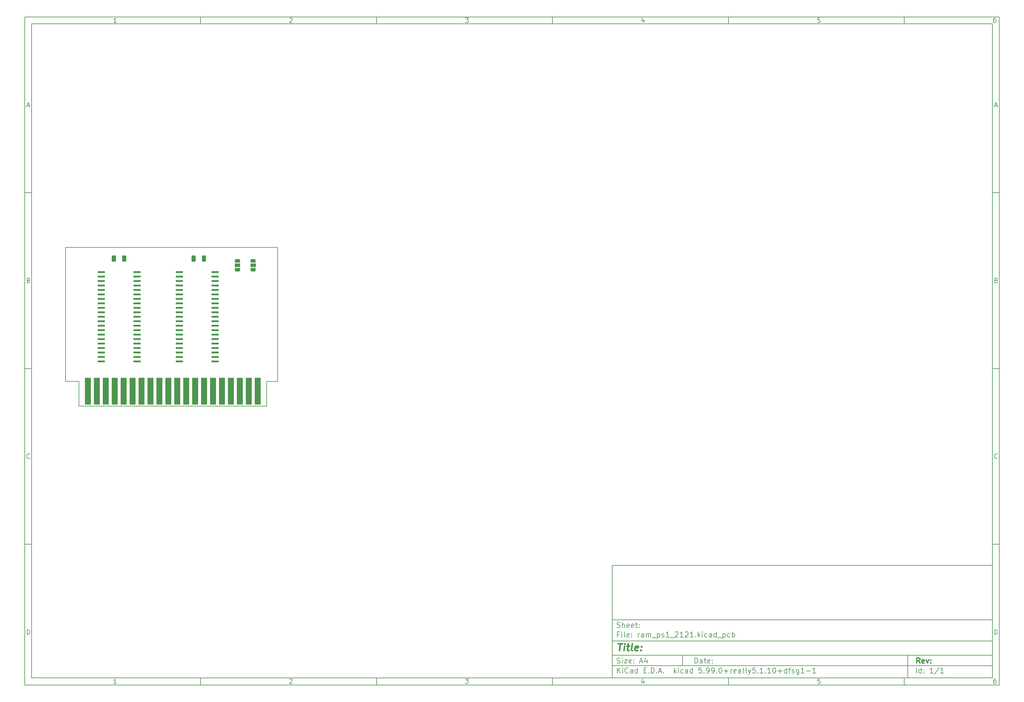
<source format=gbr>
%TF.GenerationSoftware,KiCad,Pcbnew,5.99.0+really5.1.10+dfsg1-1*%
%TF.CreationDate,2022-01-09T16:24:14+01:00*%
%TF.ProjectId,ram_ps1_2121,72616d5f-7073-4315-9f32-3132312e6b69,rev?*%
%TF.SameCoordinates,Original*%
%TF.FileFunction,Soldermask,Top*%
%TF.FilePolarity,Negative*%
%FSLAX46Y46*%
G04 Gerber Fmt 4.6, Leading zero omitted, Abs format (unit mm)*
G04 Created by KiCad (PCBNEW 5.99.0+really5.1.10+dfsg1-1) date 2022-01-09 16:24:14*
%MOMM*%
%LPD*%
G01*
G04 APERTURE LIST*
%ADD10C,0.100000*%
%ADD11C,0.150000*%
%ADD12C,0.300000*%
%ADD13C,0.400000*%
%ADD14R,1.780000X7.620000*%
%ADD15R,2.032000X0.508000*%
%ADD16R,1.500000X1.000000*%
G04 APERTURE END LIST*
D10*
D11*
X177002200Y-166007200D02*
X177002200Y-198007200D01*
X285002200Y-198007200D01*
X285002200Y-166007200D01*
X177002200Y-166007200D01*
D10*
D11*
X10000000Y-10000000D02*
X10000000Y-200007200D01*
X287002200Y-200007200D01*
X287002200Y-10000000D01*
X10000000Y-10000000D01*
D10*
D11*
X12000000Y-12000000D02*
X12000000Y-198007200D01*
X285002200Y-198007200D01*
X285002200Y-12000000D01*
X12000000Y-12000000D01*
D10*
D11*
X60000000Y-12000000D02*
X60000000Y-10000000D01*
D10*
D11*
X110000000Y-12000000D02*
X110000000Y-10000000D01*
D10*
D11*
X160000000Y-12000000D02*
X160000000Y-10000000D01*
D10*
D11*
X210000000Y-12000000D02*
X210000000Y-10000000D01*
D10*
D11*
X260000000Y-12000000D02*
X260000000Y-10000000D01*
D10*
D11*
X36065476Y-11588095D02*
X35322619Y-11588095D01*
X35694047Y-11588095D02*
X35694047Y-10288095D01*
X35570238Y-10473809D01*
X35446428Y-10597619D01*
X35322619Y-10659523D01*
D10*
D11*
X85322619Y-10411904D02*
X85384523Y-10350000D01*
X85508333Y-10288095D01*
X85817857Y-10288095D01*
X85941666Y-10350000D01*
X86003571Y-10411904D01*
X86065476Y-10535714D01*
X86065476Y-10659523D01*
X86003571Y-10845238D01*
X85260714Y-11588095D01*
X86065476Y-11588095D01*
D10*
D11*
X135260714Y-10288095D02*
X136065476Y-10288095D01*
X135632142Y-10783333D01*
X135817857Y-10783333D01*
X135941666Y-10845238D01*
X136003571Y-10907142D01*
X136065476Y-11030952D01*
X136065476Y-11340476D01*
X136003571Y-11464285D01*
X135941666Y-11526190D01*
X135817857Y-11588095D01*
X135446428Y-11588095D01*
X135322619Y-11526190D01*
X135260714Y-11464285D01*
D10*
D11*
X185941666Y-10721428D02*
X185941666Y-11588095D01*
X185632142Y-10226190D02*
X185322619Y-11154761D01*
X186127380Y-11154761D01*
D10*
D11*
X236003571Y-10288095D02*
X235384523Y-10288095D01*
X235322619Y-10907142D01*
X235384523Y-10845238D01*
X235508333Y-10783333D01*
X235817857Y-10783333D01*
X235941666Y-10845238D01*
X236003571Y-10907142D01*
X236065476Y-11030952D01*
X236065476Y-11340476D01*
X236003571Y-11464285D01*
X235941666Y-11526190D01*
X235817857Y-11588095D01*
X235508333Y-11588095D01*
X235384523Y-11526190D01*
X235322619Y-11464285D01*
D10*
D11*
X285941666Y-10288095D02*
X285694047Y-10288095D01*
X285570238Y-10350000D01*
X285508333Y-10411904D01*
X285384523Y-10597619D01*
X285322619Y-10845238D01*
X285322619Y-11340476D01*
X285384523Y-11464285D01*
X285446428Y-11526190D01*
X285570238Y-11588095D01*
X285817857Y-11588095D01*
X285941666Y-11526190D01*
X286003571Y-11464285D01*
X286065476Y-11340476D01*
X286065476Y-11030952D01*
X286003571Y-10907142D01*
X285941666Y-10845238D01*
X285817857Y-10783333D01*
X285570238Y-10783333D01*
X285446428Y-10845238D01*
X285384523Y-10907142D01*
X285322619Y-11030952D01*
D10*
D11*
X60000000Y-198007200D02*
X60000000Y-200007200D01*
D10*
D11*
X110000000Y-198007200D02*
X110000000Y-200007200D01*
D10*
D11*
X160000000Y-198007200D02*
X160000000Y-200007200D01*
D10*
D11*
X210000000Y-198007200D02*
X210000000Y-200007200D01*
D10*
D11*
X260000000Y-198007200D02*
X260000000Y-200007200D01*
D10*
D11*
X36065476Y-199595295D02*
X35322619Y-199595295D01*
X35694047Y-199595295D02*
X35694047Y-198295295D01*
X35570238Y-198481009D01*
X35446428Y-198604819D01*
X35322619Y-198666723D01*
D10*
D11*
X85322619Y-198419104D02*
X85384523Y-198357200D01*
X85508333Y-198295295D01*
X85817857Y-198295295D01*
X85941666Y-198357200D01*
X86003571Y-198419104D01*
X86065476Y-198542914D01*
X86065476Y-198666723D01*
X86003571Y-198852438D01*
X85260714Y-199595295D01*
X86065476Y-199595295D01*
D10*
D11*
X135260714Y-198295295D02*
X136065476Y-198295295D01*
X135632142Y-198790533D01*
X135817857Y-198790533D01*
X135941666Y-198852438D01*
X136003571Y-198914342D01*
X136065476Y-199038152D01*
X136065476Y-199347676D01*
X136003571Y-199471485D01*
X135941666Y-199533390D01*
X135817857Y-199595295D01*
X135446428Y-199595295D01*
X135322619Y-199533390D01*
X135260714Y-199471485D01*
D10*
D11*
X185941666Y-198728628D02*
X185941666Y-199595295D01*
X185632142Y-198233390D02*
X185322619Y-199161961D01*
X186127380Y-199161961D01*
D10*
D11*
X236003571Y-198295295D02*
X235384523Y-198295295D01*
X235322619Y-198914342D01*
X235384523Y-198852438D01*
X235508333Y-198790533D01*
X235817857Y-198790533D01*
X235941666Y-198852438D01*
X236003571Y-198914342D01*
X236065476Y-199038152D01*
X236065476Y-199347676D01*
X236003571Y-199471485D01*
X235941666Y-199533390D01*
X235817857Y-199595295D01*
X235508333Y-199595295D01*
X235384523Y-199533390D01*
X235322619Y-199471485D01*
D10*
D11*
X285941666Y-198295295D02*
X285694047Y-198295295D01*
X285570238Y-198357200D01*
X285508333Y-198419104D01*
X285384523Y-198604819D01*
X285322619Y-198852438D01*
X285322619Y-199347676D01*
X285384523Y-199471485D01*
X285446428Y-199533390D01*
X285570238Y-199595295D01*
X285817857Y-199595295D01*
X285941666Y-199533390D01*
X286003571Y-199471485D01*
X286065476Y-199347676D01*
X286065476Y-199038152D01*
X286003571Y-198914342D01*
X285941666Y-198852438D01*
X285817857Y-198790533D01*
X285570238Y-198790533D01*
X285446428Y-198852438D01*
X285384523Y-198914342D01*
X285322619Y-199038152D01*
D10*
D11*
X10000000Y-60000000D02*
X12000000Y-60000000D01*
D10*
D11*
X10000000Y-110000000D02*
X12000000Y-110000000D01*
D10*
D11*
X10000000Y-160000000D02*
X12000000Y-160000000D01*
D10*
D11*
X10690476Y-35216666D02*
X11309523Y-35216666D01*
X10566666Y-35588095D02*
X11000000Y-34288095D01*
X11433333Y-35588095D01*
D10*
D11*
X11092857Y-84907142D02*
X11278571Y-84969047D01*
X11340476Y-85030952D01*
X11402380Y-85154761D01*
X11402380Y-85340476D01*
X11340476Y-85464285D01*
X11278571Y-85526190D01*
X11154761Y-85588095D01*
X10659523Y-85588095D01*
X10659523Y-84288095D01*
X11092857Y-84288095D01*
X11216666Y-84350000D01*
X11278571Y-84411904D01*
X11340476Y-84535714D01*
X11340476Y-84659523D01*
X11278571Y-84783333D01*
X11216666Y-84845238D01*
X11092857Y-84907142D01*
X10659523Y-84907142D01*
D10*
D11*
X11402380Y-135464285D02*
X11340476Y-135526190D01*
X11154761Y-135588095D01*
X11030952Y-135588095D01*
X10845238Y-135526190D01*
X10721428Y-135402380D01*
X10659523Y-135278571D01*
X10597619Y-135030952D01*
X10597619Y-134845238D01*
X10659523Y-134597619D01*
X10721428Y-134473809D01*
X10845238Y-134350000D01*
X11030952Y-134288095D01*
X11154761Y-134288095D01*
X11340476Y-134350000D01*
X11402380Y-134411904D01*
D10*
D11*
X10659523Y-185588095D02*
X10659523Y-184288095D01*
X10969047Y-184288095D01*
X11154761Y-184350000D01*
X11278571Y-184473809D01*
X11340476Y-184597619D01*
X11402380Y-184845238D01*
X11402380Y-185030952D01*
X11340476Y-185278571D01*
X11278571Y-185402380D01*
X11154761Y-185526190D01*
X10969047Y-185588095D01*
X10659523Y-185588095D01*
D10*
D11*
X287002200Y-60000000D02*
X285002200Y-60000000D01*
D10*
D11*
X287002200Y-110000000D02*
X285002200Y-110000000D01*
D10*
D11*
X287002200Y-160000000D02*
X285002200Y-160000000D01*
D10*
D11*
X285692676Y-35216666D02*
X286311723Y-35216666D01*
X285568866Y-35588095D02*
X286002200Y-34288095D01*
X286435533Y-35588095D01*
D10*
D11*
X286095057Y-84907142D02*
X286280771Y-84969047D01*
X286342676Y-85030952D01*
X286404580Y-85154761D01*
X286404580Y-85340476D01*
X286342676Y-85464285D01*
X286280771Y-85526190D01*
X286156961Y-85588095D01*
X285661723Y-85588095D01*
X285661723Y-84288095D01*
X286095057Y-84288095D01*
X286218866Y-84350000D01*
X286280771Y-84411904D01*
X286342676Y-84535714D01*
X286342676Y-84659523D01*
X286280771Y-84783333D01*
X286218866Y-84845238D01*
X286095057Y-84907142D01*
X285661723Y-84907142D01*
D10*
D11*
X286404580Y-135464285D02*
X286342676Y-135526190D01*
X286156961Y-135588095D01*
X286033152Y-135588095D01*
X285847438Y-135526190D01*
X285723628Y-135402380D01*
X285661723Y-135278571D01*
X285599819Y-135030952D01*
X285599819Y-134845238D01*
X285661723Y-134597619D01*
X285723628Y-134473809D01*
X285847438Y-134350000D01*
X286033152Y-134288095D01*
X286156961Y-134288095D01*
X286342676Y-134350000D01*
X286404580Y-134411904D01*
D10*
D11*
X285661723Y-185588095D02*
X285661723Y-184288095D01*
X285971247Y-184288095D01*
X286156961Y-184350000D01*
X286280771Y-184473809D01*
X286342676Y-184597619D01*
X286404580Y-184845238D01*
X286404580Y-185030952D01*
X286342676Y-185278571D01*
X286280771Y-185402380D01*
X286156961Y-185526190D01*
X285971247Y-185588095D01*
X285661723Y-185588095D01*
D10*
D11*
X200434342Y-193785771D02*
X200434342Y-192285771D01*
X200791485Y-192285771D01*
X201005771Y-192357200D01*
X201148628Y-192500057D01*
X201220057Y-192642914D01*
X201291485Y-192928628D01*
X201291485Y-193142914D01*
X201220057Y-193428628D01*
X201148628Y-193571485D01*
X201005771Y-193714342D01*
X200791485Y-193785771D01*
X200434342Y-193785771D01*
X202577200Y-193785771D02*
X202577200Y-193000057D01*
X202505771Y-192857200D01*
X202362914Y-192785771D01*
X202077200Y-192785771D01*
X201934342Y-192857200D01*
X202577200Y-193714342D02*
X202434342Y-193785771D01*
X202077200Y-193785771D01*
X201934342Y-193714342D01*
X201862914Y-193571485D01*
X201862914Y-193428628D01*
X201934342Y-193285771D01*
X202077200Y-193214342D01*
X202434342Y-193214342D01*
X202577200Y-193142914D01*
X203077200Y-192785771D02*
X203648628Y-192785771D01*
X203291485Y-192285771D02*
X203291485Y-193571485D01*
X203362914Y-193714342D01*
X203505771Y-193785771D01*
X203648628Y-193785771D01*
X204720057Y-193714342D02*
X204577200Y-193785771D01*
X204291485Y-193785771D01*
X204148628Y-193714342D01*
X204077200Y-193571485D01*
X204077200Y-193000057D01*
X204148628Y-192857200D01*
X204291485Y-192785771D01*
X204577200Y-192785771D01*
X204720057Y-192857200D01*
X204791485Y-193000057D01*
X204791485Y-193142914D01*
X204077200Y-193285771D01*
X205434342Y-193642914D02*
X205505771Y-193714342D01*
X205434342Y-193785771D01*
X205362914Y-193714342D01*
X205434342Y-193642914D01*
X205434342Y-193785771D01*
X205434342Y-192857200D02*
X205505771Y-192928628D01*
X205434342Y-193000057D01*
X205362914Y-192928628D01*
X205434342Y-192857200D01*
X205434342Y-193000057D01*
D10*
D11*
X177002200Y-194507200D02*
X285002200Y-194507200D01*
D10*
D11*
X178434342Y-196585771D02*
X178434342Y-195085771D01*
X179291485Y-196585771D02*
X178648628Y-195728628D01*
X179291485Y-195085771D02*
X178434342Y-195942914D01*
X179934342Y-196585771D02*
X179934342Y-195585771D01*
X179934342Y-195085771D02*
X179862914Y-195157200D01*
X179934342Y-195228628D01*
X180005771Y-195157200D01*
X179934342Y-195085771D01*
X179934342Y-195228628D01*
X181505771Y-196442914D02*
X181434342Y-196514342D01*
X181220057Y-196585771D01*
X181077200Y-196585771D01*
X180862914Y-196514342D01*
X180720057Y-196371485D01*
X180648628Y-196228628D01*
X180577200Y-195942914D01*
X180577200Y-195728628D01*
X180648628Y-195442914D01*
X180720057Y-195300057D01*
X180862914Y-195157200D01*
X181077200Y-195085771D01*
X181220057Y-195085771D01*
X181434342Y-195157200D01*
X181505771Y-195228628D01*
X182791485Y-196585771D02*
X182791485Y-195800057D01*
X182720057Y-195657200D01*
X182577200Y-195585771D01*
X182291485Y-195585771D01*
X182148628Y-195657200D01*
X182791485Y-196514342D02*
X182648628Y-196585771D01*
X182291485Y-196585771D01*
X182148628Y-196514342D01*
X182077200Y-196371485D01*
X182077200Y-196228628D01*
X182148628Y-196085771D01*
X182291485Y-196014342D01*
X182648628Y-196014342D01*
X182791485Y-195942914D01*
X184148628Y-196585771D02*
X184148628Y-195085771D01*
X184148628Y-196514342D02*
X184005771Y-196585771D01*
X183720057Y-196585771D01*
X183577200Y-196514342D01*
X183505771Y-196442914D01*
X183434342Y-196300057D01*
X183434342Y-195871485D01*
X183505771Y-195728628D01*
X183577200Y-195657200D01*
X183720057Y-195585771D01*
X184005771Y-195585771D01*
X184148628Y-195657200D01*
X186005771Y-195800057D02*
X186505771Y-195800057D01*
X186720057Y-196585771D02*
X186005771Y-196585771D01*
X186005771Y-195085771D01*
X186720057Y-195085771D01*
X187362914Y-196442914D02*
X187434342Y-196514342D01*
X187362914Y-196585771D01*
X187291485Y-196514342D01*
X187362914Y-196442914D01*
X187362914Y-196585771D01*
X188077200Y-196585771D02*
X188077200Y-195085771D01*
X188434342Y-195085771D01*
X188648628Y-195157200D01*
X188791485Y-195300057D01*
X188862914Y-195442914D01*
X188934342Y-195728628D01*
X188934342Y-195942914D01*
X188862914Y-196228628D01*
X188791485Y-196371485D01*
X188648628Y-196514342D01*
X188434342Y-196585771D01*
X188077200Y-196585771D01*
X189577200Y-196442914D02*
X189648628Y-196514342D01*
X189577200Y-196585771D01*
X189505771Y-196514342D01*
X189577200Y-196442914D01*
X189577200Y-196585771D01*
X190220057Y-196157200D02*
X190934342Y-196157200D01*
X190077200Y-196585771D02*
X190577200Y-195085771D01*
X191077200Y-196585771D01*
X191577200Y-196442914D02*
X191648628Y-196514342D01*
X191577200Y-196585771D01*
X191505771Y-196514342D01*
X191577200Y-196442914D01*
X191577200Y-196585771D01*
X194577200Y-196585771D02*
X194577200Y-195085771D01*
X194720057Y-196014342D02*
X195148628Y-196585771D01*
X195148628Y-195585771D02*
X194577200Y-196157200D01*
X195791485Y-196585771D02*
X195791485Y-195585771D01*
X195791485Y-195085771D02*
X195720057Y-195157200D01*
X195791485Y-195228628D01*
X195862914Y-195157200D01*
X195791485Y-195085771D01*
X195791485Y-195228628D01*
X197148628Y-196514342D02*
X197005771Y-196585771D01*
X196720057Y-196585771D01*
X196577200Y-196514342D01*
X196505771Y-196442914D01*
X196434342Y-196300057D01*
X196434342Y-195871485D01*
X196505771Y-195728628D01*
X196577200Y-195657200D01*
X196720057Y-195585771D01*
X197005771Y-195585771D01*
X197148628Y-195657200D01*
X198434342Y-196585771D02*
X198434342Y-195800057D01*
X198362914Y-195657200D01*
X198220057Y-195585771D01*
X197934342Y-195585771D01*
X197791485Y-195657200D01*
X198434342Y-196514342D02*
X198291485Y-196585771D01*
X197934342Y-196585771D01*
X197791485Y-196514342D01*
X197720057Y-196371485D01*
X197720057Y-196228628D01*
X197791485Y-196085771D01*
X197934342Y-196014342D01*
X198291485Y-196014342D01*
X198434342Y-195942914D01*
X199791485Y-196585771D02*
X199791485Y-195085771D01*
X199791485Y-196514342D02*
X199648628Y-196585771D01*
X199362914Y-196585771D01*
X199220057Y-196514342D01*
X199148628Y-196442914D01*
X199077200Y-196300057D01*
X199077200Y-195871485D01*
X199148628Y-195728628D01*
X199220057Y-195657200D01*
X199362914Y-195585771D01*
X199648628Y-195585771D01*
X199791485Y-195657200D01*
X202362914Y-195085771D02*
X201648628Y-195085771D01*
X201577200Y-195800057D01*
X201648628Y-195728628D01*
X201791485Y-195657200D01*
X202148628Y-195657200D01*
X202291485Y-195728628D01*
X202362914Y-195800057D01*
X202434342Y-195942914D01*
X202434342Y-196300057D01*
X202362914Y-196442914D01*
X202291485Y-196514342D01*
X202148628Y-196585771D01*
X201791485Y-196585771D01*
X201648628Y-196514342D01*
X201577200Y-196442914D01*
X203077200Y-196442914D02*
X203148628Y-196514342D01*
X203077200Y-196585771D01*
X203005771Y-196514342D01*
X203077200Y-196442914D01*
X203077200Y-196585771D01*
X203862914Y-196585771D02*
X204148628Y-196585771D01*
X204291485Y-196514342D01*
X204362914Y-196442914D01*
X204505771Y-196228628D01*
X204577200Y-195942914D01*
X204577200Y-195371485D01*
X204505771Y-195228628D01*
X204434342Y-195157200D01*
X204291485Y-195085771D01*
X204005771Y-195085771D01*
X203862914Y-195157200D01*
X203791485Y-195228628D01*
X203720057Y-195371485D01*
X203720057Y-195728628D01*
X203791485Y-195871485D01*
X203862914Y-195942914D01*
X204005771Y-196014342D01*
X204291485Y-196014342D01*
X204434342Y-195942914D01*
X204505771Y-195871485D01*
X204577200Y-195728628D01*
X205291485Y-196585771D02*
X205577200Y-196585771D01*
X205720057Y-196514342D01*
X205791485Y-196442914D01*
X205934342Y-196228628D01*
X206005771Y-195942914D01*
X206005771Y-195371485D01*
X205934342Y-195228628D01*
X205862914Y-195157200D01*
X205720057Y-195085771D01*
X205434342Y-195085771D01*
X205291485Y-195157200D01*
X205220057Y-195228628D01*
X205148628Y-195371485D01*
X205148628Y-195728628D01*
X205220057Y-195871485D01*
X205291485Y-195942914D01*
X205434342Y-196014342D01*
X205720057Y-196014342D01*
X205862914Y-195942914D01*
X205934342Y-195871485D01*
X206005771Y-195728628D01*
X206648628Y-196442914D02*
X206720057Y-196514342D01*
X206648628Y-196585771D01*
X206577200Y-196514342D01*
X206648628Y-196442914D01*
X206648628Y-196585771D01*
X207648628Y-195085771D02*
X207791485Y-195085771D01*
X207934342Y-195157200D01*
X208005771Y-195228628D01*
X208077200Y-195371485D01*
X208148628Y-195657200D01*
X208148628Y-196014342D01*
X208077200Y-196300057D01*
X208005771Y-196442914D01*
X207934342Y-196514342D01*
X207791485Y-196585771D01*
X207648628Y-196585771D01*
X207505771Y-196514342D01*
X207434342Y-196442914D01*
X207362914Y-196300057D01*
X207291485Y-196014342D01*
X207291485Y-195657200D01*
X207362914Y-195371485D01*
X207434342Y-195228628D01*
X207505771Y-195157200D01*
X207648628Y-195085771D01*
X208791485Y-196014342D02*
X209934342Y-196014342D01*
X209362914Y-196585771D02*
X209362914Y-195442914D01*
X210648628Y-196585771D02*
X210648628Y-195585771D01*
X210648628Y-195871485D02*
X210720057Y-195728628D01*
X210791485Y-195657200D01*
X210934342Y-195585771D01*
X211077200Y-195585771D01*
X212148628Y-196514342D02*
X212005771Y-196585771D01*
X211720057Y-196585771D01*
X211577200Y-196514342D01*
X211505771Y-196371485D01*
X211505771Y-195800057D01*
X211577200Y-195657200D01*
X211720057Y-195585771D01*
X212005771Y-195585771D01*
X212148628Y-195657200D01*
X212220057Y-195800057D01*
X212220057Y-195942914D01*
X211505771Y-196085771D01*
X213505771Y-196585771D02*
X213505771Y-195800057D01*
X213434342Y-195657200D01*
X213291485Y-195585771D01*
X213005771Y-195585771D01*
X212862914Y-195657200D01*
X213505771Y-196514342D02*
X213362914Y-196585771D01*
X213005771Y-196585771D01*
X212862914Y-196514342D01*
X212791485Y-196371485D01*
X212791485Y-196228628D01*
X212862914Y-196085771D01*
X213005771Y-196014342D01*
X213362914Y-196014342D01*
X213505771Y-195942914D01*
X214434342Y-196585771D02*
X214291485Y-196514342D01*
X214220057Y-196371485D01*
X214220057Y-195085771D01*
X215220057Y-196585771D02*
X215077200Y-196514342D01*
X215005771Y-196371485D01*
X215005771Y-195085771D01*
X215648628Y-195585771D02*
X216005771Y-196585771D01*
X216362914Y-195585771D02*
X216005771Y-196585771D01*
X215862914Y-196942914D01*
X215791485Y-197014342D01*
X215648628Y-197085771D01*
X217648628Y-195085771D02*
X216934342Y-195085771D01*
X216862914Y-195800057D01*
X216934342Y-195728628D01*
X217077200Y-195657200D01*
X217434342Y-195657200D01*
X217577200Y-195728628D01*
X217648628Y-195800057D01*
X217720057Y-195942914D01*
X217720057Y-196300057D01*
X217648628Y-196442914D01*
X217577200Y-196514342D01*
X217434342Y-196585771D01*
X217077200Y-196585771D01*
X216934342Y-196514342D01*
X216862914Y-196442914D01*
X218362914Y-196442914D02*
X218434342Y-196514342D01*
X218362914Y-196585771D01*
X218291485Y-196514342D01*
X218362914Y-196442914D01*
X218362914Y-196585771D01*
X219862914Y-196585771D02*
X219005771Y-196585771D01*
X219434342Y-196585771D02*
X219434342Y-195085771D01*
X219291485Y-195300057D01*
X219148628Y-195442914D01*
X219005771Y-195514342D01*
X220505771Y-196442914D02*
X220577200Y-196514342D01*
X220505771Y-196585771D01*
X220434342Y-196514342D01*
X220505771Y-196442914D01*
X220505771Y-196585771D01*
X222005771Y-196585771D02*
X221148628Y-196585771D01*
X221577200Y-196585771D02*
X221577200Y-195085771D01*
X221434342Y-195300057D01*
X221291485Y-195442914D01*
X221148628Y-195514342D01*
X222934342Y-195085771D02*
X223077200Y-195085771D01*
X223220057Y-195157200D01*
X223291485Y-195228628D01*
X223362914Y-195371485D01*
X223434342Y-195657200D01*
X223434342Y-196014342D01*
X223362914Y-196300057D01*
X223291485Y-196442914D01*
X223220057Y-196514342D01*
X223077200Y-196585771D01*
X222934342Y-196585771D01*
X222791485Y-196514342D01*
X222720057Y-196442914D01*
X222648628Y-196300057D01*
X222577200Y-196014342D01*
X222577200Y-195657200D01*
X222648628Y-195371485D01*
X222720057Y-195228628D01*
X222791485Y-195157200D01*
X222934342Y-195085771D01*
X224077200Y-196014342D02*
X225220057Y-196014342D01*
X224648628Y-196585771D02*
X224648628Y-195442914D01*
X226577200Y-196585771D02*
X226577200Y-195085771D01*
X226577200Y-196514342D02*
X226434342Y-196585771D01*
X226148628Y-196585771D01*
X226005771Y-196514342D01*
X225934342Y-196442914D01*
X225862914Y-196300057D01*
X225862914Y-195871485D01*
X225934342Y-195728628D01*
X226005771Y-195657200D01*
X226148628Y-195585771D01*
X226434342Y-195585771D01*
X226577200Y-195657200D01*
X227077200Y-195585771D02*
X227648628Y-195585771D01*
X227291485Y-196585771D02*
X227291485Y-195300057D01*
X227362914Y-195157200D01*
X227505771Y-195085771D01*
X227648628Y-195085771D01*
X228077200Y-196514342D02*
X228220057Y-196585771D01*
X228505771Y-196585771D01*
X228648628Y-196514342D01*
X228720057Y-196371485D01*
X228720057Y-196300057D01*
X228648628Y-196157200D01*
X228505771Y-196085771D01*
X228291485Y-196085771D01*
X228148628Y-196014342D01*
X228077200Y-195871485D01*
X228077200Y-195800057D01*
X228148628Y-195657200D01*
X228291485Y-195585771D01*
X228505771Y-195585771D01*
X228648628Y-195657200D01*
X230005771Y-195585771D02*
X230005771Y-196800057D01*
X229934342Y-196942914D01*
X229862914Y-197014342D01*
X229720057Y-197085771D01*
X229505771Y-197085771D01*
X229362914Y-197014342D01*
X230005771Y-196514342D02*
X229862914Y-196585771D01*
X229577200Y-196585771D01*
X229434342Y-196514342D01*
X229362914Y-196442914D01*
X229291485Y-196300057D01*
X229291485Y-195871485D01*
X229362914Y-195728628D01*
X229434342Y-195657200D01*
X229577200Y-195585771D01*
X229862914Y-195585771D01*
X230005771Y-195657200D01*
X231505771Y-196585771D02*
X230648628Y-196585771D01*
X231077200Y-196585771D02*
X231077200Y-195085771D01*
X230934342Y-195300057D01*
X230791485Y-195442914D01*
X230648628Y-195514342D01*
X232148628Y-196014342D02*
X233291485Y-196014342D01*
X234791485Y-196585771D02*
X233934342Y-196585771D01*
X234362914Y-196585771D02*
X234362914Y-195085771D01*
X234220057Y-195300057D01*
X234077200Y-195442914D01*
X233934342Y-195514342D01*
D10*
D11*
X177002200Y-191507200D02*
X285002200Y-191507200D01*
D10*
D12*
X264411485Y-193785771D02*
X263911485Y-193071485D01*
X263554342Y-193785771D02*
X263554342Y-192285771D01*
X264125771Y-192285771D01*
X264268628Y-192357200D01*
X264340057Y-192428628D01*
X264411485Y-192571485D01*
X264411485Y-192785771D01*
X264340057Y-192928628D01*
X264268628Y-193000057D01*
X264125771Y-193071485D01*
X263554342Y-193071485D01*
X265625771Y-193714342D02*
X265482914Y-193785771D01*
X265197200Y-193785771D01*
X265054342Y-193714342D01*
X264982914Y-193571485D01*
X264982914Y-193000057D01*
X265054342Y-192857200D01*
X265197200Y-192785771D01*
X265482914Y-192785771D01*
X265625771Y-192857200D01*
X265697200Y-193000057D01*
X265697200Y-193142914D01*
X264982914Y-193285771D01*
X266197200Y-192785771D02*
X266554342Y-193785771D01*
X266911485Y-192785771D01*
X267482914Y-193642914D02*
X267554342Y-193714342D01*
X267482914Y-193785771D01*
X267411485Y-193714342D01*
X267482914Y-193642914D01*
X267482914Y-193785771D01*
X267482914Y-192857200D02*
X267554342Y-192928628D01*
X267482914Y-193000057D01*
X267411485Y-192928628D01*
X267482914Y-192857200D01*
X267482914Y-193000057D01*
D10*
D11*
X178362914Y-193714342D02*
X178577200Y-193785771D01*
X178934342Y-193785771D01*
X179077200Y-193714342D01*
X179148628Y-193642914D01*
X179220057Y-193500057D01*
X179220057Y-193357200D01*
X179148628Y-193214342D01*
X179077200Y-193142914D01*
X178934342Y-193071485D01*
X178648628Y-193000057D01*
X178505771Y-192928628D01*
X178434342Y-192857200D01*
X178362914Y-192714342D01*
X178362914Y-192571485D01*
X178434342Y-192428628D01*
X178505771Y-192357200D01*
X178648628Y-192285771D01*
X179005771Y-192285771D01*
X179220057Y-192357200D01*
X179862914Y-193785771D02*
X179862914Y-192785771D01*
X179862914Y-192285771D02*
X179791485Y-192357200D01*
X179862914Y-192428628D01*
X179934342Y-192357200D01*
X179862914Y-192285771D01*
X179862914Y-192428628D01*
X180434342Y-192785771D02*
X181220057Y-192785771D01*
X180434342Y-193785771D01*
X181220057Y-193785771D01*
X182362914Y-193714342D02*
X182220057Y-193785771D01*
X181934342Y-193785771D01*
X181791485Y-193714342D01*
X181720057Y-193571485D01*
X181720057Y-193000057D01*
X181791485Y-192857200D01*
X181934342Y-192785771D01*
X182220057Y-192785771D01*
X182362914Y-192857200D01*
X182434342Y-193000057D01*
X182434342Y-193142914D01*
X181720057Y-193285771D01*
X183077200Y-193642914D02*
X183148628Y-193714342D01*
X183077200Y-193785771D01*
X183005771Y-193714342D01*
X183077200Y-193642914D01*
X183077200Y-193785771D01*
X183077200Y-192857200D02*
X183148628Y-192928628D01*
X183077200Y-193000057D01*
X183005771Y-192928628D01*
X183077200Y-192857200D01*
X183077200Y-193000057D01*
X184862914Y-193357200D02*
X185577200Y-193357200D01*
X184720057Y-193785771D02*
X185220057Y-192285771D01*
X185720057Y-193785771D01*
X186862914Y-192785771D02*
X186862914Y-193785771D01*
X186505771Y-192214342D02*
X186148628Y-193285771D01*
X187077200Y-193285771D01*
D10*
D11*
X263434342Y-196585771D02*
X263434342Y-195085771D01*
X264791485Y-196585771D02*
X264791485Y-195085771D01*
X264791485Y-196514342D02*
X264648628Y-196585771D01*
X264362914Y-196585771D01*
X264220057Y-196514342D01*
X264148628Y-196442914D01*
X264077200Y-196300057D01*
X264077200Y-195871485D01*
X264148628Y-195728628D01*
X264220057Y-195657200D01*
X264362914Y-195585771D01*
X264648628Y-195585771D01*
X264791485Y-195657200D01*
X265505771Y-196442914D02*
X265577200Y-196514342D01*
X265505771Y-196585771D01*
X265434342Y-196514342D01*
X265505771Y-196442914D01*
X265505771Y-196585771D01*
X265505771Y-195657200D02*
X265577200Y-195728628D01*
X265505771Y-195800057D01*
X265434342Y-195728628D01*
X265505771Y-195657200D01*
X265505771Y-195800057D01*
X268148628Y-196585771D02*
X267291485Y-196585771D01*
X267720057Y-196585771D02*
X267720057Y-195085771D01*
X267577200Y-195300057D01*
X267434342Y-195442914D01*
X267291485Y-195514342D01*
X269862914Y-195014342D02*
X268577200Y-196942914D01*
X271148628Y-196585771D02*
X270291485Y-196585771D01*
X270720057Y-196585771D02*
X270720057Y-195085771D01*
X270577200Y-195300057D01*
X270434342Y-195442914D01*
X270291485Y-195514342D01*
D10*
D11*
X177002200Y-187507200D02*
X285002200Y-187507200D01*
D10*
D13*
X178714580Y-188211961D02*
X179857438Y-188211961D01*
X179036009Y-190211961D02*
X179286009Y-188211961D01*
X180274104Y-190211961D02*
X180440771Y-188878628D01*
X180524104Y-188211961D02*
X180416961Y-188307200D01*
X180500295Y-188402438D01*
X180607438Y-188307200D01*
X180524104Y-188211961D01*
X180500295Y-188402438D01*
X181107438Y-188878628D02*
X181869342Y-188878628D01*
X181476485Y-188211961D02*
X181262200Y-189926247D01*
X181333628Y-190116723D01*
X181512200Y-190211961D01*
X181702676Y-190211961D01*
X182655057Y-190211961D02*
X182476485Y-190116723D01*
X182405057Y-189926247D01*
X182619342Y-188211961D01*
X184190771Y-190116723D02*
X183988390Y-190211961D01*
X183607438Y-190211961D01*
X183428866Y-190116723D01*
X183357438Y-189926247D01*
X183452676Y-189164342D01*
X183571723Y-188973866D01*
X183774104Y-188878628D01*
X184155057Y-188878628D01*
X184333628Y-188973866D01*
X184405057Y-189164342D01*
X184381247Y-189354819D01*
X183405057Y-189545295D01*
X185155057Y-190021485D02*
X185238390Y-190116723D01*
X185131247Y-190211961D01*
X185047914Y-190116723D01*
X185155057Y-190021485D01*
X185131247Y-190211961D01*
X185286009Y-188973866D02*
X185369342Y-189069104D01*
X185262200Y-189164342D01*
X185178866Y-189069104D01*
X185286009Y-188973866D01*
X185262200Y-189164342D01*
D10*
D11*
X178934342Y-185600057D02*
X178434342Y-185600057D01*
X178434342Y-186385771D02*
X178434342Y-184885771D01*
X179148628Y-184885771D01*
X179720057Y-186385771D02*
X179720057Y-185385771D01*
X179720057Y-184885771D02*
X179648628Y-184957200D01*
X179720057Y-185028628D01*
X179791485Y-184957200D01*
X179720057Y-184885771D01*
X179720057Y-185028628D01*
X180648628Y-186385771D02*
X180505771Y-186314342D01*
X180434342Y-186171485D01*
X180434342Y-184885771D01*
X181791485Y-186314342D02*
X181648628Y-186385771D01*
X181362914Y-186385771D01*
X181220057Y-186314342D01*
X181148628Y-186171485D01*
X181148628Y-185600057D01*
X181220057Y-185457200D01*
X181362914Y-185385771D01*
X181648628Y-185385771D01*
X181791485Y-185457200D01*
X181862914Y-185600057D01*
X181862914Y-185742914D01*
X181148628Y-185885771D01*
X182505771Y-186242914D02*
X182577200Y-186314342D01*
X182505771Y-186385771D01*
X182434342Y-186314342D01*
X182505771Y-186242914D01*
X182505771Y-186385771D01*
X182505771Y-185457200D02*
X182577200Y-185528628D01*
X182505771Y-185600057D01*
X182434342Y-185528628D01*
X182505771Y-185457200D01*
X182505771Y-185600057D01*
X184362914Y-186385771D02*
X184362914Y-185385771D01*
X184362914Y-185671485D02*
X184434342Y-185528628D01*
X184505771Y-185457200D01*
X184648628Y-185385771D01*
X184791485Y-185385771D01*
X185934342Y-186385771D02*
X185934342Y-185600057D01*
X185862914Y-185457200D01*
X185720057Y-185385771D01*
X185434342Y-185385771D01*
X185291485Y-185457200D01*
X185934342Y-186314342D02*
X185791485Y-186385771D01*
X185434342Y-186385771D01*
X185291485Y-186314342D01*
X185220057Y-186171485D01*
X185220057Y-186028628D01*
X185291485Y-185885771D01*
X185434342Y-185814342D01*
X185791485Y-185814342D01*
X185934342Y-185742914D01*
X186648628Y-186385771D02*
X186648628Y-185385771D01*
X186648628Y-185528628D02*
X186720057Y-185457200D01*
X186862914Y-185385771D01*
X187077200Y-185385771D01*
X187220057Y-185457200D01*
X187291485Y-185600057D01*
X187291485Y-186385771D01*
X187291485Y-185600057D02*
X187362914Y-185457200D01*
X187505771Y-185385771D01*
X187720057Y-185385771D01*
X187862914Y-185457200D01*
X187934342Y-185600057D01*
X187934342Y-186385771D01*
X188291485Y-186528628D02*
X189434342Y-186528628D01*
X189791485Y-185385771D02*
X189791485Y-186885771D01*
X189791485Y-185457200D02*
X189934342Y-185385771D01*
X190220057Y-185385771D01*
X190362914Y-185457200D01*
X190434342Y-185528628D01*
X190505771Y-185671485D01*
X190505771Y-186100057D01*
X190434342Y-186242914D01*
X190362914Y-186314342D01*
X190220057Y-186385771D01*
X189934342Y-186385771D01*
X189791485Y-186314342D01*
X191077200Y-186314342D02*
X191220057Y-186385771D01*
X191505771Y-186385771D01*
X191648628Y-186314342D01*
X191720057Y-186171485D01*
X191720057Y-186100057D01*
X191648628Y-185957200D01*
X191505771Y-185885771D01*
X191291485Y-185885771D01*
X191148628Y-185814342D01*
X191077200Y-185671485D01*
X191077200Y-185600057D01*
X191148628Y-185457200D01*
X191291485Y-185385771D01*
X191505771Y-185385771D01*
X191648628Y-185457200D01*
X193148628Y-186385771D02*
X192291485Y-186385771D01*
X192720057Y-186385771D02*
X192720057Y-184885771D01*
X192577200Y-185100057D01*
X192434342Y-185242914D01*
X192291485Y-185314342D01*
X193434342Y-186528628D02*
X194577200Y-186528628D01*
X194862914Y-185028628D02*
X194934342Y-184957200D01*
X195077200Y-184885771D01*
X195434342Y-184885771D01*
X195577200Y-184957200D01*
X195648628Y-185028628D01*
X195720057Y-185171485D01*
X195720057Y-185314342D01*
X195648628Y-185528628D01*
X194791485Y-186385771D01*
X195720057Y-186385771D01*
X197148628Y-186385771D02*
X196291485Y-186385771D01*
X196720057Y-186385771D02*
X196720057Y-184885771D01*
X196577200Y-185100057D01*
X196434342Y-185242914D01*
X196291485Y-185314342D01*
X197720057Y-185028628D02*
X197791485Y-184957200D01*
X197934342Y-184885771D01*
X198291485Y-184885771D01*
X198434342Y-184957200D01*
X198505771Y-185028628D01*
X198577200Y-185171485D01*
X198577200Y-185314342D01*
X198505771Y-185528628D01*
X197648628Y-186385771D01*
X198577200Y-186385771D01*
X200005771Y-186385771D02*
X199148628Y-186385771D01*
X199577200Y-186385771D02*
X199577200Y-184885771D01*
X199434342Y-185100057D01*
X199291485Y-185242914D01*
X199148628Y-185314342D01*
X200648628Y-186242914D02*
X200720057Y-186314342D01*
X200648628Y-186385771D01*
X200577200Y-186314342D01*
X200648628Y-186242914D01*
X200648628Y-186385771D01*
X201362914Y-186385771D02*
X201362914Y-184885771D01*
X201505771Y-185814342D02*
X201934342Y-186385771D01*
X201934342Y-185385771D02*
X201362914Y-185957200D01*
X202577200Y-186385771D02*
X202577200Y-185385771D01*
X202577200Y-184885771D02*
X202505771Y-184957200D01*
X202577200Y-185028628D01*
X202648628Y-184957200D01*
X202577200Y-184885771D01*
X202577200Y-185028628D01*
X203934342Y-186314342D02*
X203791485Y-186385771D01*
X203505771Y-186385771D01*
X203362914Y-186314342D01*
X203291485Y-186242914D01*
X203220057Y-186100057D01*
X203220057Y-185671485D01*
X203291485Y-185528628D01*
X203362914Y-185457200D01*
X203505771Y-185385771D01*
X203791485Y-185385771D01*
X203934342Y-185457200D01*
X205220057Y-186385771D02*
X205220057Y-185600057D01*
X205148628Y-185457200D01*
X205005771Y-185385771D01*
X204720057Y-185385771D01*
X204577200Y-185457200D01*
X205220057Y-186314342D02*
X205077200Y-186385771D01*
X204720057Y-186385771D01*
X204577200Y-186314342D01*
X204505771Y-186171485D01*
X204505771Y-186028628D01*
X204577200Y-185885771D01*
X204720057Y-185814342D01*
X205077200Y-185814342D01*
X205220057Y-185742914D01*
X206577200Y-186385771D02*
X206577200Y-184885771D01*
X206577200Y-186314342D02*
X206434342Y-186385771D01*
X206148628Y-186385771D01*
X206005771Y-186314342D01*
X205934342Y-186242914D01*
X205862914Y-186100057D01*
X205862914Y-185671485D01*
X205934342Y-185528628D01*
X206005771Y-185457200D01*
X206148628Y-185385771D01*
X206434342Y-185385771D01*
X206577200Y-185457200D01*
X206934342Y-186528628D02*
X208077200Y-186528628D01*
X208434342Y-185385771D02*
X208434342Y-186885771D01*
X208434342Y-185457200D02*
X208577200Y-185385771D01*
X208862914Y-185385771D01*
X209005771Y-185457200D01*
X209077200Y-185528628D01*
X209148628Y-185671485D01*
X209148628Y-186100057D01*
X209077200Y-186242914D01*
X209005771Y-186314342D01*
X208862914Y-186385771D01*
X208577200Y-186385771D01*
X208434342Y-186314342D01*
X210434342Y-186314342D02*
X210291485Y-186385771D01*
X210005771Y-186385771D01*
X209862914Y-186314342D01*
X209791485Y-186242914D01*
X209720057Y-186100057D01*
X209720057Y-185671485D01*
X209791485Y-185528628D01*
X209862914Y-185457200D01*
X210005771Y-185385771D01*
X210291485Y-185385771D01*
X210434342Y-185457200D01*
X211077200Y-186385771D02*
X211077200Y-184885771D01*
X211077200Y-185457200D02*
X211220057Y-185385771D01*
X211505771Y-185385771D01*
X211648628Y-185457200D01*
X211720057Y-185528628D01*
X211791485Y-185671485D01*
X211791485Y-186100057D01*
X211720057Y-186242914D01*
X211648628Y-186314342D01*
X211505771Y-186385771D01*
X211220057Y-186385771D01*
X211077200Y-186314342D01*
D10*
D11*
X177002200Y-181507200D02*
X285002200Y-181507200D01*
D10*
D11*
X178362914Y-183614342D02*
X178577200Y-183685771D01*
X178934342Y-183685771D01*
X179077200Y-183614342D01*
X179148628Y-183542914D01*
X179220057Y-183400057D01*
X179220057Y-183257200D01*
X179148628Y-183114342D01*
X179077200Y-183042914D01*
X178934342Y-182971485D01*
X178648628Y-182900057D01*
X178505771Y-182828628D01*
X178434342Y-182757200D01*
X178362914Y-182614342D01*
X178362914Y-182471485D01*
X178434342Y-182328628D01*
X178505771Y-182257200D01*
X178648628Y-182185771D01*
X179005771Y-182185771D01*
X179220057Y-182257200D01*
X179862914Y-183685771D02*
X179862914Y-182185771D01*
X180505771Y-183685771D02*
X180505771Y-182900057D01*
X180434342Y-182757200D01*
X180291485Y-182685771D01*
X180077200Y-182685771D01*
X179934342Y-182757200D01*
X179862914Y-182828628D01*
X181791485Y-183614342D02*
X181648628Y-183685771D01*
X181362914Y-183685771D01*
X181220057Y-183614342D01*
X181148628Y-183471485D01*
X181148628Y-182900057D01*
X181220057Y-182757200D01*
X181362914Y-182685771D01*
X181648628Y-182685771D01*
X181791485Y-182757200D01*
X181862914Y-182900057D01*
X181862914Y-183042914D01*
X181148628Y-183185771D01*
X183077200Y-183614342D02*
X182934342Y-183685771D01*
X182648628Y-183685771D01*
X182505771Y-183614342D01*
X182434342Y-183471485D01*
X182434342Y-182900057D01*
X182505771Y-182757200D01*
X182648628Y-182685771D01*
X182934342Y-182685771D01*
X183077200Y-182757200D01*
X183148628Y-182900057D01*
X183148628Y-183042914D01*
X182434342Y-183185771D01*
X183577200Y-182685771D02*
X184148628Y-182685771D01*
X183791485Y-182185771D02*
X183791485Y-183471485D01*
X183862914Y-183614342D01*
X184005771Y-183685771D01*
X184148628Y-183685771D01*
X184648628Y-183542914D02*
X184720057Y-183614342D01*
X184648628Y-183685771D01*
X184577200Y-183614342D01*
X184648628Y-183542914D01*
X184648628Y-183685771D01*
X184648628Y-182757200D02*
X184720057Y-182828628D01*
X184648628Y-182900057D01*
X184577200Y-182828628D01*
X184648628Y-182757200D01*
X184648628Y-182900057D01*
D10*
D11*
X197002200Y-191507200D02*
X197002200Y-194507200D01*
D10*
D11*
X261002200Y-191507200D02*
X261002200Y-198007200D01*
X21590000Y-76835000D02*
X21590000Y-75565000D01*
X81915000Y-76835000D02*
X81915000Y-75565000D01*
X21590000Y-76835000D02*
X21590000Y-84455000D01*
X81915000Y-76835000D02*
X81915000Y-84455000D01*
X21590000Y-84455000D02*
X21590000Y-113665000D01*
X81915000Y-75565000D02*
X21590000Y-75565000D01*
X81915000Y-113665000D02*
X81915000Y-84455000D01*
X25400000Y-120650000D02*
X78740000Y-120650000D01*
X25400000Y-113665000D02*
X25400000Y-120650000D01*
X21590000Y-113665000D02*
X25400000Y-113665000D01*
X78740000Y-113665000D02*
X81915000Y-113665000D01*
X78740000Y-120650000D02*
X78740000Y-113665000D01*
D14*
%TO.C,U1*%
X27940000Y-116455000D03*
X30480000Y-116455000D03*
X33020000Y-116455000D03*
X35560000Y-116455000D03*
X38100000Y-116455000D03*
X40640000Y-116455000D03*
X43180000Y-116455000D03*
X45720000Y-116455000D03*
X48260000Y-116455000D03*
X50800000Y-116455000D03*
X53340000Y-116455000D03*
X55880000Y-116455000D03*
X58420000Y-116455000D03*
X60960000Y-116455000D03*
X63500000Y-116455000D03*
X66040000Y-116455000D03*
X68580000Y-116455000D03*
X71120000Y-116455000D03*
X73660000Y-116455000D03*
X76200000Y-116455000D03*
%TD*%
D15*
%TO.C,U2*%
X41910000Y-95250000D03*
X31750000Y-95250000D03*
X41910000Y-93980000D03*
X41910000Y-92710000D03*
X41910000Y-91440000D03*
X41910000Y-90170000D03*
X41910000Y-88900000D03*
X41910000Y-87630000D03*
X41910000Y-86360000D03*
X41910000Y-85090000D03*
X41910000Y-83820000D03*
X41910000Y-82550000D03*
X31750000Y-93980000D03*
X31750000Y-92710000D03*
X31750000Y-91440000D03*
X31750000Y-90170000D03*
X31750000Y-88900000D03*
X31750000Y-87630000D03*
X31750000Y-86360000D03*
X31750000Y-85090000D03*
X31750000Y-83820000D03*
X31750000Y-82550000D03*
X41910000Y-96520000D03*
X41910000Y-97790000D03*
X41910000Y-99060000D03*
X41910000Y-100330000D03*
X41910000Y-101600000D03*
X41910000Y-102870000D03*
X41910000Y-104140000D03*
X41910000Y-105410000D03*
X41910000Y-106680000D03*
X41910000Y-107950000D03*
X31750000Y-96520000D03*
X31750000Y-97790000D03*
X31750000Y-99060000D03*
X31750000Y-100330000D03*
X31750000Y-101600000D03*
X31750000Y-102870000D03*
X31750000Y-104140000D03*
X31750000Y-105410000D03*
X31750000Y-106680000D03*
X31750000Y-107950000D03*
%TD*%
%TO.C,C1*%
G36*
G01*
X34780000Y-79390001D02*
X34780000Y-78089999D01*
G75*
G02*
X35029999Y-77840000I249999J0D01*
G01*
X35680001Y-77840000D01*
G75*
G02*
X35930000Y-78089999I0J-249999D01*
G01*
X35930000Y-79390001D01*
G75*
G02*
X35680001Y-79640000I-249999J0D01*
G01*
X35029999Y-79640000D01*
G75*
G02*
X34780000Y-79390001I0J249999D01*
G01*
G37*
G36*
G01*
X37730000Y-79390001D02*
X37730000Y-78089999D01*
G75*
G02*
X37979999Y-77840000I249999J0D01*
G01*
X38630001Y-77840000D01*
G75*
G02*
X38880000Y-78089999I0J-249999D01*
G01*
X38880000Y-79390001D01*
G75*
G02*
X38630001Y-79640000I-249999J0D01*
G01*
X37979999Y-79640000D01*
G75*
G02*
X37730000Y-79390001I0J249999D01*
G01*
G37*
%TD*%
%TO.C,C2*%
G36*
G01*
X60385000Y-79390001D02*
X60385000Y-78089999D01*
G75*
G02*
X60634999Y-77840000I249999J0D01*
G01*
X61285001Y-77840000D01*
G75*
G02*
X61535000Y-78089999I0J-249999D01*
G01*
X61535000Y-79390001D01*
G75*
G02*
X61285001Y-79640000I-249999J0D01*
G01*
X60634999Y-79640000D01*
G75*
G02*
X60385000Y-79390001I0J249999D01*
G01*
G37*
G36*
G01*
X57435000Y-79390001D02*
X57435000Y-78089999D01*
G75*
G02*
X57684999Y-77840000I249999J0D01*
G01*
X58335001Y-77840000D01*
G75*
G02*
X58585000Y-78089999I0J-249999D01*
G01*
X58585000Y-79390001D01*
G75*
G02*
X58335001Y-79640000I-249999J0D01*
G01*
X57684999Y-79640000D01*
G75*
G02*
X57435000Y-79390001I0J249999D01*
G01*
G37*
%TD*%
D16*
%TO.C,SecBank*%
X74930000Y-80645000D03*
D10*
G36*
X74180602Y-79345000D02*
G01*
X74180602Y-79320466D01*
X74185412Y-79271635D01*
X74194984Y-79223510D01*
X74209228Y-79176555D01*
X74228005Y-79131222D01*
X74251136Y-79087949D01*
X74278396Y-79047150D01*
X74309524Y-79009221D01*
X74344221Y-78974524D01*
X74382150Y-78943396D01*
X74422949Y-78916136D01*
X74466222Y-78893005D01*
X74511555Y-78874228D01*
X74558510Y-78859984D01*
X74606635Y-78850412D01*
X74655466Y-78845602D01*
X74680000Y-78845602D01*
X74680000Y-78845000D01*
X75180000Y-78845000D01*
X75180000Y-78845602D01*
X75204534Y-78845602D01*
X75253365Y-78850412D01*
X75301490Y-78859984D01*
X75348445Y-78874228D01*
X75393778Y-78893005D01*
X75437051Y-78916136D01*
X75477850Y-78943396D01*
X75515779Y-78974524D01*
X75550476Y-79009221D01*
X75581604Y-79047150D01*
X75608864Y-79087949D01*
X75631995Y-79131222D01*
X75650772Y-79176555D01*
X75665016Y-79223510D01*
X75674588Y-79271635D01*
X75679398Y-79320466D01*
X75679398Y-79345000D01*
X75680000Y-79345000D01*
X75680000Y-79895000D01*
X74180000Y-79895000D01*
X74180000Y-79345000D01*
X74180602Y-79345000D01*
G37*
G36*
X75680000Y-81395000D02*
G01*
X75680000Y-81945000D01*
X75679398Y-81945000D01*
X75679398Y-81969534D01*
X75674588Y-82018365D01*
X75665016Y-82066490D01*
X75650772Y-82113445D01*
X75631995Y-82158778D01*
X75608864Y-82202051D01*
X75581604Y-82242850D01*
X75550476Y-82280779D01*
X75515779Y-82315476D01*
X75477850Y-82346604D01*
X75437051Y-82373864D01*
X75393778Y-82396995D01*
X75348445Y-82415772D01*
X75301490Y-82430016D01*
X75253365Y-82439588D01*
X75204534Y-82444398D01*
X75180000Y-82444398D01*
X75180000Y-82445000D01*
X74680000Y-82445000D01*
X74680000Y-82444398D01*
X74655466Y-82444398D01*
X74606635Y-82439588D01*
X74558510Y-82430016D01*
X74511555Y-82415772D01*
X74466222Y-82396995D01*
X74422949Y-82373864D01*
X74382150Y-82346604D01*
X74344221Y-82315476D01*
X74309524Y-82280779D01*
X74278396Y-82242850D01*
X74251136Y-82202051D01*
X74228005Y-82158778D01*
X74209228Y-82113445D01*
X74194984Y-82066490D01*
X74185412Y-82018365D01*
X74180602Y-81969534D01*
X74180602Y-81945000D01*
X74180000Y-81945000D01*
X74180000Y-81395000D01*
X75680000Y-81395000D01*
G37*
%TD*%
%TO.C,1MB_CD*%
G36*
X71235000Y-81395000D02*
G01*
X71235000Y-81945000D01*
X71234398Y-81945000D01*
X71234398Y-81969534D01*
X71229588Y-82018365D01*
X71220016Y-82066490D01*
X71205772Y-82113445D01*
X71186995Y-82158778D01*
X71163864Y-82202051D01*
X71136604Y-82242850D01*
X71105476Y-82280779D01*
X71070779Y-82315476D01*
X71032850Y-82346604D01*
X70992051Y-82373864D01*
X70948778Y-82396995D01*
X70903445Y-82415772D01*
X70856490Y-82430016D01*
X70808365Y-82439588D01*
X70759534Y-82444398D01*
X70735000Y-82444398D01*
X70735000Y-82445000D01*
X70235000Y-82445000D01*
X70235000Y-82444398D01*
X70210466Y-82444398D01*
X70161635Y-82439588D01*
X70113510Y-82430016D01*
X70066555Y-82415772D01*
X70021222Y-82396995D01*
X69977949Y-82373864D01*
X69937150Y-82346604D01*
X69899221Y-82315476D01*
X69864524Y-82280779D01*
X69833396Y-82242850D01*
X69806136Y-82202051D01*
X69783005Y-82158778D01*
X69764228Y-82113445D01*
X69749984Y-82066490D01*
X69740412Y-82018365D01*
X69735602Y-81969534D01*
X69735602Y-81945000D01*
X69735000Y-81945000D01*
X69735000Y-81395000D01*
X71235000Y-81395000D01*
G37*
G36*
X69735602Y-79345000D02*
G01*
X69735602Y-79320466D01*
X69740412Y-79271635D01*
X69749984Y-79223510D01*
X69764228Y-79176555D01*
X69783005Y-79131222D01*
X69806136Y-79087949D01*
X69833396Y-79047150D01*
X69864524Y-79009221D01*
X69899221Y-78974524D01*
X69937150Y-78943396D01*
X69977949Y-78916136D01*
X70021222Y-78893005D01*
X70066555Y-78874228D01*
X70113510Y-78859984D01*
X70161635Y-78850412D01*
X70210466Y-78845602D01*
X70235000Y-78845602D01*
X70235000Y-78845000D01*
X70735000Y-78845000D01*
X70735000Y-78845602D01*
X70759534Y-78845602D01*
X70808365Y-78850412D01*
X70856490Y-78859984D01*
X70903445Y-78874228D01*
X70948778Y-78893005D01*
X70992051Y-78916136D01*
X71032850Y-78943396D01*
X71070779Y-78974524D01*
X71105476Y-79009221D01*
X71136604Y-79047150D01*
X71163864Y-79087949D01*
X71186995Y-79131222D01*
X71205772Y-79176555D01*
X71220016Y-79223510D01*
X71229588Y-79271635D01*
X71234398Y-79320466D01*
X71234398Y-79345000D01*
X71235000Y-79345000D01*
X71235000Y-79895000D01*
X69735000Y-79895000D01*
X69735000Y-79345000D01*
X69735602Y-79345000D01*
G37*
D16*
X70485000Y-80645000D03*
%TD*%
D15*
%TO.C,U3*%
X53975000Y-107950000D03*
X53975000Y-106680000D03*
X53975000Y-105410000D03*
X53975000Y-104140000D03*
X53975000Y-102870000D03*
X53975000Y-101600000D03*
X53975000Y-100330000D03*
X53975000Y-99060000D03*
X53975000Y-97790000D03*
X53975000Y-96520000D03*
X64135000Y-107950000D03*
X64135000Y-106680000D03*
X64135000Y-105410000D03*
X64135000Y-104140000D03*
X64135000Y-102870000D03*
X64135000Y-101600000D03*
X64135000Y-100330000D03*
X64135000Y-99060000D03*
X64135000Y-97790000D03*
X64135000Y-96520000D03*
X53975000Y-82550000D03*
X53975000Y-83820000D03*
X53975000Y-85090000D03*
X53975000Y-86360000D03*
X53975000Y-87630000D03*
X53975000Y-88900000D03*
X53975000Y-90170000D03*
X53975000Y-91440000D03*
X53975000Y-92710000D03*
X53975000Y-93980000D03*
X64135000Y-82550000D03*
X64135000Y-83820000D03*
X64135000Y-85090000D03*
X64135000Y-86360000D03*
X64135000Y-87630000D03*
X64135000Y-88900000D03*
X64135000Y-90170000D03*
X64135000Y-91440000D03*
X64135000Y-92710000D03*
X64135000Y-93980000D03*
X53975000Y-95250000D03*
X64135000Y-95250000D03*
%TD*%
M02*

</source>
